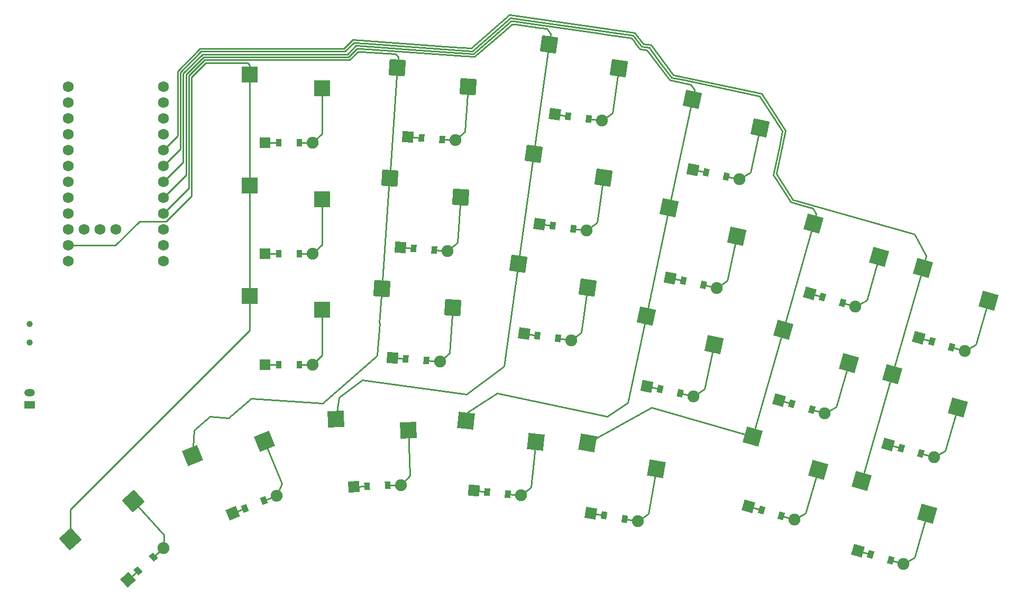
<source format=gbr>
%TF.GenerationSoftware,KiCad,Pcbnew,8.0.4*%
%TF.CreationDate,2024-08-02T13:19:55+01:00*%
%TF.ProjectId,right,72696768-742e-46b6-9963-61645f706362,v1.0.0*%
%TF.SameCoordinates,Original*%
%TF.FileFunction,Copper,L2,Bot*%
%TF.FilePolarity,Positive*%
%FSLAX46Y46*%
G04 Gerber Fmt 4.6, Leading zero omitted, Abs format (unit mm)*
G04 Created by KiCad (PCBNEW 8.0.4) date 2024-08-02 13:19:55*
%MOMM*%
%LPD*%
G01*
G04 APERTURE LIST*
G04 Aperture macros list*
%AMRotRect*
0 Rectangle, with rotation*
0 The origin of the aperture is its center*
0 $1 length*
0 $2 width*
0 $3 Rotation angle, in degrees counterclockwise*
0 Add horizontal line*
21,1,$1,$2,0,0,$3*%
G04 Aperture macros list end*
%TA.AperFunction,SMDPad,CuDef*%
%ADD10RotRect,2.600000X2.600000X344.000000*%
%TD*%
%TA.AperFunction,SMDPad,CuDef*%
%ADD11RotRect,2.600000X2.600000X348.000000*%
%TD*%
%TA.AperFunction,SMDPad,CuDef*%
%ADD12RotRect,2.600000X2.600000X352.000000*%
%TD*%
%TA.AperFunction,SMDPad,CuDef*%
%ADD13RotRect,2.600000X2.600000X356.000000*%
%TD*%
%TA.AperFunction,SMDPad,CuDef*%
%ADD14R,2.600000X2.600000*%
%TD*%
%TA.AperFunction,SMDPad,CuDef*%
%ADD15RotRect,2.600000X2.600000X350.000000*%
%TD*%
%TA.AperFunction,SMDPad,CuDef*%
%ADD16RotRect,2.600000X2.600000X354.000000*%
%TD*%
%TA.AperFunction,SMDPad,CuDef*%
%ADD17RotRect,2.600000X2.600000X2.000000*%
%TD*%
%TA.AperFunction,SMDPad,CuDef*%
%ADD18RotRect,2.600000X2.600000X22.000000*%
%TD*%
%TA.AperFunction,SMDPad,CuDef*%
%ADD19RotRect,2.600000X2.600000X42.000000*%
%TD*%
%TA.AperFunction,ComponentPad*%
%ADD20C,1.905000*%
%TD*%
%TA.AperFunction,ComponentPad*%
%ADD21RotRect,1.778000X1.778000X344.000000*%
%TD*%
%TA.AperFunction,SMDPad,CuDef*%
%ADD22RotRect,0.900000X1.200000X344.000000*%
%TD*%
%TA.AperFunction,ComponentPad*%
%ADD23RotRect,1.778000X1.778000X348.000000*%
%TD*%
%TA.AperFunction,SMDPad,CuDef*%
%ADD24RotRect,0.900000X1.200000X348.000000*%
%TD*%
%TA.AperFunction,ComponentPad*%
%ADD25RotRect,1.778000X1.778000X352.000000*%
%TD*%
%TA.AperFunction,SMDPad,CuDef*%
%ADD26RotRect,0.900000X1.200000X352.000000*%
%TD*%
%TA.AperFunction,ComponentPad*%
%ADD27RotRect,1.778000X1.778000X356.000000*%
%TD*%
%TA.AperFunction,SMDPad,CuDef*%
%ADD28RotRect,0.900000X1.200000X356.000000*%
%TD*%
%TA.AperFunction,ComponentPad*%
%ADD29R,1.778000X1.778000*%
%TD*%
%TA.AperFunction,SMDPad,CuDef*%
%ADD30R,0.900000X1.200000*%
%TD*%
%TA.AperFunction,ComponentPad*%
%ADD31RotRect,1.778000X1.778000X350.000000*%
%TD*%
%TA.AperFunction,SMDPad,CuDef*%
%ADD32RotRect,0.900000X1.200000X350.000000*%
%TD*%
%TA.AperFunction,ComponentPad*%
%ADD33RotRect,1.778000X1.778000X354.000000*%
%TD*%
%TA.AperFunction,SMDPad,CuDef*%
%ADD34RotRect,0.900000X1.200000X354.000000*%
%TD*%
%TA.AperFunction,ComponentPad*%
%ADD35RotRect,1.778000X1.778000X2.000000*%
%TD*%
%TA.AperFunction,SMDPad,CuDef*%
%ADD36RotRect,0.900000X1.200000X2.000000*%
%TD*%
%TA.AperFunction,ComponentPad*%
%ADD37RotRect,1.778000X1.778000X22.000000*%
%TD*%
%TA.AperFunction,SMDPad,CuDef*%
%ADD38RotRect,0.900000X1.200000X22.000000*%
%TD*%
%TA.AperFunction,ComponentPad*%
%ADD39RotRect,1.778000X1.778000X42.000000*%
%TD*%
%TA.AperFunction,SMDPad,CuDef*%
%ADD40RotRect,0.900000X1.200000X42.000000*%
%TD*%
%TA.AperFunction,ComponentPad*%
%ADD41C,1.752600*%
%TD*%
%TA.AperFunction,ComponentPad*%
%ADD42O,1.700000X1.200000*%
%TD*%
%TA.AperFunction,ComponentPad*%
%ADD43R,1.700000X1.200000*%
%TD*%
%TA.AperFunction,WasherPad*%
%ADD44C,1.000000*%
%TD*%
%TA.AperFunction,Conductor*%
%ADD45C,0.250000*%
%TD*%
G04 APERTURE END LIST*
D10*
%TO.P,S1,2*%
%TO.N,mirror_first_bottom*%
X290150720Y-161337877D03*
%TO.P,S1,1*%
%TO.N,P031*%
X279654551Y-156039490D03*
%TD*%
%TO.P,S2,2*%
%TO.N,mirror_first_home*%
X295043283Y-144275477D03*
%TO.P,S2,1*%
%TO.N,P031*%
X284547114Y-138977090D03*
%TD*%
%TO.P,S3,2*%
%TO.N,mirror_first_top*%
X299935844Y-127213084D03*
%TO.P,S3,1*%
%TO.N,P031*%
X289439675Y-121914697D03*
%TD*%
%TO.P,S4,2*%
%TO.N,mirror_second_bottom*%
X272678334Y-154247151D03*
%TO.P,S4,1*%
%TO.N,P029*%
X262182165Y-148948764D03*
%TD*%
%TO.P,S5,2*%
%TO.N,mirror_second_home*%
X277570904Y-137184756D03*
%TO.P,S5,1*%
%TO.N,P029*%
X267074735Y-131886369D03*
%TD*%
%TO.P,S6,2*%
%TO.N,mirror_second_top*%
X282463466Y-120122361D03*
%TO.P,S6,1*%
%TO.N,P029*%
X271967297Y-114823974D03*
%TD*%
D11*
%TO.P,S7,2*%
%TO.N,mirror_third_bottom*%
X255983444Y-134228420D03*
%TO.P,S7,1*%
%TO.N,P002*%
X245143246Y-129675116D03*
%TD*%
%TO.P,S8,2*%
%TO.N,mirror_third_home*%
X259673884Y-116866302D03*
%TO.P,S8,1*%
%TO.N,P002*%
X248833686Y-112312998D03*
%TD*%
%TO.P,S9,2*%
%TO.N,mirror_third_top*%
X263364318Y-99504182D03*
%TO.P,S9,1*%
%TO.N,P002*%
X252524120Y-94950878D03*
%TD*%
D12*
%TO.P,S10,2*%
%TO.N,mirror_fourth_bottom*%
X235809184Y-125054912D03*
%TO.P,S10,1*%
%TO.N,P115*%
X224677768Y-121268875D03*
%TD*%
%TO.P,S11,2*%
%TO.N,mirror_fourth_home*%
X238279506Y-107477665D03*
%TO.P,S11,1*%
%TO.N,P115*%
X227148090Y-103691628D03*
%TD*%
%TO.P,S12,2*%
%TO.N,mirror_fourth_top*%
X240749829Y-89900402D03*
%TO.P,S12,1*%
%TO.N,P115*%
X229618413Y-86114365D03*
%TD*%
D13*
%TO.P,S13,2*%
%TO.N,mirror_fifth_bottom*%
X214207412Y-128276955D03*
%TO.P,S13,1*%
%TO.N,P113*%
X202839010Y-125276628D03*
%TD*%
%TO.P,S14,2*%
%TO.N,mirror_fifth_home*%
X215445585Y-110570185D03*
%TO.P,S14,1*%
%TO.N,P113*%
X204077183Y-107569858D03*
%TD*%
%TO.P,S15,2*%
%TO.N,mirror_fifth_top*%
X216683768Y-92863426D03*
%TO.P,S15,1*%
%TO.N,P113*%
X205315366Y-89863099D03*
%TD*%
D14*
%TO.P,S16,2*%
%TO.N,mirror_sixth_bottom*%
X193243980Y-128661399D03*
%TO.P,S16,1*%
%TO.N,P104*%
X181693979Y-126461397D03*
%TD*%
%TO.P,S17,2*%
%TO.N,mirror_sixth_home*%
X193243979Y-110911388D03*
%TO.P,S17,1*%
%TO.N,P104*%
X181693978Y-108711386D03*
%TD*%
%TO.P,S18,2*%
%TO.N,mirror_sixth_top*%
X193243981Y-93161395D03*
%TO.P,S18,1*%
%TO.N,P104*%
X181693980Y-90961393D03*
%TD*%
D15*
%TO.P,S19,2*%
%TO.N,mirror_first_only*%
X246769441Y-154155307D03*
%TO.P,S19,1*%
%TO.N,P029*%
X235776937Y-149983095D03*
%TD*%
D16*
%TO.P,S20,2*%
%TO.N,mirror_second_only*%
X227520503Y-149831135D03*
%TO.P,S20,1*%
%TO.N,P002*%
X216263737Y-146435885D03*
%TD*%
D17*
%TO.P,S21,2*%
%TO.N,mirror_third_only*%
X207091985Y-147910240D03*
%TO.P,S21,1*%
%TO.N,P115*%
X195472240Y-146114668D03*
%TD*%
D18*
%TO.P,S22,2*%
%TO.N,mirror_fourth_only*%
X184074488Y-149731525D03*
%TO.P,S22,1*%
%TO.N,P113*%
X172541381Y-152018426D03*
%TD*%
D19*
%TO.P,S23,2*%
%TO.N,mirror_fifth_only*%
X163068042Y-159315425D03*
%TO.P,S23,1*%
%TO.N,P104*%
X153012631Y-165408966D03*
%TD*%
D20*
%TO.P,D1,2*%
%TO.N,mirror_first_bottom*%
X286330647Y-169345110D03*
D21*
%TO.P,D1,1*%
%TO.N,P009*%
X279005835Y-167244754D03*
D22*
X281082160Y-167840130D03*
%TO.P,D1,2*%
%TO.N,mirror_first_bottom*%
X284254322Y-168749734D03*
%TD*%
D20*
%TO.P,D2,2*%
%TO.N,mirror_first_home*%
X291223208Y-152282710D03*
D21*
%TO.P,D2,1*%
%TO.N,P010*%
X283898396Y-150182354D03*
D22*
X285974721Y-150777730D03*
%TO.P,D2,2*%
%TO.N,mirror_first_home*%
X289146883Y-151687334D03*
%TD*%
D20*
%TO.P,D3,2*%
%TO.N,mirror_first_top*%
X296115771Y-135220315D03*
D21*
%TO.P,D3,1*%
%TO.N,P111*%
X288790959Y-133119959D03*
D22*
X290867284Y-133715335D03*
%TO.P,D3,2*%
%TO.N,mirror_first_top*%
X294039446Y-134624939D03*
%TD*%
D20*
%TO.P,D4,2*%
%TO.N,mirror_second_bottom*%
X268858260Y-162254382D03*
D21*
%TO.P,D4,1*%
%TO.N,P009*%
X261533448Y-160154026D03*
D22*
X263609773Y-160749402D03*
%TO.P,D4,2*%
%TO.N,mirror_second_bottom*%
X266781935Y-161659006D03*
%TD*%
D20*
%TO.P,D5,2*%
%TO.N,mirror_second_home*%
X273750824Y-145191986D03*
D21*
%TO.P,D5,1*%
%TO.N,P010*%
X266426012Y-143091630D03*
D22*
X268502337Y-143687006D03*
%TO.P,D5,2*%
%TO.N,mirror_second_home*%
X271674499Y-144596610D03*
%TD*%
D20*
%TO.P,D6,2*%
%TO.N,mirror_second_top*%
X278643387Y-128129589D03*
D21*
%TO.P,D6,1*%
%TO.N,P111*%
X271318575Y-126029233D03*
D22*
X273394900Y-126624609D03*
%TO.P,D6,2*%
%TO.N,mirror_second_top*%
X276567062Y-127534213D03*
%TD*%
D20*
%TO.P,D7,2*%
%TO.N,mirror_third_bottom*%
X252731236Y-142482626D03*
D23*
%TO.P,D7,1*%
%TO.N,P009*%
X245277752Y-140898340D03*
D24*
X247390551Y-141347428D03*
%TO.P,D7,2*%
%TO.N,mirror_third_bottom*%
X250618437Y-142033538D03*
%TD*%
D20*
%TO.P,D8,2*%
%TO.N,mirror_third_home*%
X256421667Y-125120506D03*
D23*
%TO.P,D8,1*%
%TO.N,P010*%
X248968183Y-123536220D03*
D24*
X251080982Y-123985308D03*
%TO.P,D8,2*%
%TO.N,mirror_third_home*%
X254308868Y-124671418D03*
%TD*%
D20*
%TO.P,D9,2*%
%TO.N,mirror_third_top*%
X260112101Y-107758378D03*
D23*
%TO.P,D9,1*%
%TO.N,P111*%
X252658617Y-106174092D03*
D24*
X254771416Y-106623180D03*
%TO.P,D9,2*%
%TO.N,mirror_third_top*%
X257999302Y-107309290D03*
%TD*%
D20*
%TO.P,D10,2*%
%TO.N,mirror_fourth_bottom*%
X233140678Y-133515872D03*
D25*
%TO.P,D10,1*%
%TO.N,P009*%
X225594834Y-132455378D03*
D26*
X227733814Y-132755989D03*
%TO.P,D10,2*%
%TO.N,mirror_fourth_bottom*%
X231001698Y-133215261D03*
%TD*%
D20*
%TO.P,D11,2*%
%TO.N,mirror_fourth_home*%
X235611005Y-115938616D03*
D25*
%TO.P,D11,1*%
%TO.N,P010*%
X228065161Y-114878122D03*
D26*
X230204141Y-115178733D03*
%TO.P,D11,2*%
%TO.N,mirror_fourth_home*%
X233472025Y-115638005D03*
%TD*%
D20*
%TO.P,D12,2*%
%TO.N,mirror_fourth_top*%
X238081324Y-98361354D03*
D25*
%TO.P,D12,1*%
%TO.N,P111*%
X230535480Y-97300860D03*
D26*
X232674460Y-97601471D03*
%TO.P,D12,2*%
%TO.N,mirror_fourth_top*%
X235942344Y-98060743D03*
%TD*%
D20*
%TO.P,D13,2*%
%TO.N,mirror_fifth_bottom*%
X212135606Y-136903440D03*
D27*
%TO.P,D13,1*%
%TO.N,P009*%
X204534168Y-136371898D03*
D28*
X206688906Y-136522569D03*
%TO.P,D13,2*%
%TO.N,mirror_fifth_bottom*%
X209980868Y-136752769D03*
%TD*%
D20*
%TO.P,D14,2*%
%TO.N,mirror_fifth_home*%
X213373788Y-119196678D03*
D27*
%TO.P,D14,1*%
%TO.N,P010*%
X205772350Y-118665136D03*
D28*
X207927088Y-118815807D03*
%TO.P,D14,2*%
%TO.N,mirror_fifth_home*%
X211219050Y-119046007D03*
%TD*%
D20*
%TO.P,D15,2*%
%TO.N,mirror_fifth_top*%
X214611962Y-101489917D03*
D27*
%TO.P,D15,1*%
%TO.N,P111*%
X207010524Y-100958375D03*
D28*
X209165262Y-101109046D03*
%TO.P,D15,2*%
%TO.N,mirror_fifth_top*%
X212457224Y-101339246D03*
%TD*%
D20*
%TO.P,D16,2*%
%TO.N,mirror_sixth_bottom*%
X191778976Y-137411394D03*
D29*
%TO.P,D16,1*%
%TO.N,P009*%
X184158976Y-137411392D03*
D30*
X186318974Y-137411392D03*
%TO.P,D16,2*%
%TO.N,mirror_sixth_bottom*%
X189618978Y-137411394D03*
%TD*%
D20*
%TO.P,D17,2*%
%TO.N,mirror_sixth_home*%
X191778973Y-119661395D03*
D29*
%TO.P,D17,1*%
%TO.N,P010*%
X184158973Y-119661393D03*
D30*
X186318971Y-119661393D03*
%TO.P,D17,2*%
%TO.N,mirror_sixth_home*%
X189618975Y-119661395D03*
%TD*%
D20*
%TO.P,D18,2*%
%TO.N,mirror_sixth_top*%
X191778974Y-101911395D03*
D29*
%TO.P,D18,1*%
%TO.N,P111*%
X184158974Y-101911393D03*
D30*
X186318972Y-101911393D03*
%TO.P,D18,2*%
%TO.N,mirror_sixth_top*%
X189618976Y-101911395D03*
%TD*%
D20*
%TO.P,D19,2*%
%TO.N,mirror_first_only*%
X243807277Y-162517978D03*
D31*
%TO.P,D19,1*%
%TO.N,P106*%
X236303043Y-161194780D03*
D32*
X238430228Y-161569859D03*
%TO.P,D19,2*%
%TO.N,mirror_first_only*%
X241680092Y-162142899D03*
%TD*%
D20*
%TO.P,D20,2*%
%TO.N,mirror_second_only*%
X225148910Y-158380068D03*
D33*
%TO.P,D20,1*%
%TO.N,P106*%
X217570652Y-157583564D03*
D34*
X219718820Y-157809342D03*
%TO.P,D20,2*%
%TO.N,mirror_second_only*%
X223000742Y-158154290D03*
%TD*%
D20*
%TO.P,D21,2*%
%TO.N,mirror_third_only*%
X205933246Y-156706032D03*
D35*
%TO.P,D21,1*%
%TO.N,P106*%
X198317886Y-156971968D03*
D36*
X200476569Y-156896583D03*
%TO.P,D21,2*%
%TO.N,mirror_third_only*%
X203774563Y-156781417D03*
%TD*%
D20*
%TO.P,D22,2*%
%TO.N,mirror_fourth_only*%
X185993972Y-158393183D03*
D37*
%TO.P,D22,1*%
%TO.N,P106*%
X178928830Y-161247685D03*
D38*
X180931549Y-160438530D03*
%TO.P,D22,2*%
%TO.N,mirror_fourth_only*%
X183991253Y-159202338D03*
%TD*%
D20*
%TO.P,D23,2*%
%TO.N,mirror_fifth_only*%
X167834222Y-166798220D03*
D39*
%TO.P,D23,1*%
%TO.N,P106*%
X162171458Y-171896990D03*
D40*
X163776652Y-170451672D03*
%TO.P,D23,2*%
%TO.N,mirror_fifth_only*%
X166229028Y-168243538D03*
%TD*%
D41*
%TO.P,MCU1,33*%
%TO.N,P107*%
X160218973Y-115801399D03*
%TO.P,MCU1,32*%
%TO.N,P102*%
X157678970Y-115801397D03*
%TO.P,MCU1,31*%
%TO.N,P101*%
X155138976Y-115801399D03*
%TO.P,MCU1,24*%
%TO.N,RAW*%
X167838973Y-92941397D03*
%TO.P,MCU1,23*%
%TO.N,GND*%
X167838973Y-95481398D03*
%TO.P,MCU1,22*%
%TO.N,RST*%
X167838974Y-98021399D03*
%TO.P,MCU1,21*%
%TO.N,VCC*%
X167838973Y-100561398D03*
%TO.P,MCU1,20*%
%TO.N,P031*%
X167838973Y-103101397D03*
%TO.P,MCU1,19*%
%TO.N,P029*%
X167838973Y-105641399D03*
%TO.P,MCU1,18*%
%TO.N,P002*%
X167838975Y-108181399D03*
%TO.P,MCU1,17*%
%TO.N,P115*%
X167838973Y-110721396D03*
%TO.P,MCU1,16*%
%TO.N,P113*%
X167838974Y-113261397D03*
%TO.P,MCU1,15*%
%TO.N,P111*%
X167838974Y-115801398D03*
%TO.P,MCU1,14*%
%TO.N,P010*%
X167838974Y-118341400D03*
%TO.P,MCU1,13*%
%TO.N,P009*%
X167838975Y-120881395D03*
%TO.P,MCU1,12*%
%TO.N,P106*%
X152598975Y-120881399D03*
%TO.P,MCU1,11*%
%TO.N,P104*%
X152598975Y-118341398D03*
%TO.P,MCU1,10*%
%TO.N,P011*%
X152598974Y-115801397D03*
%TO.P,MCU1,9*%
%TO.N,P100*%
X152598975Y-113261398D03*
%TO.P,MCU1,8*%
%TO.N,P024*%
X152598975Y-110721399D03*
%TO.P,MCU1,7*%
%TO.N,P022*%
X152598975Y-108181397D03*
%TO.P,MCU1,6*%
%TO.N,P020*%
X152598973Y-105641397D03*
%TO.P,MCU1,5*%
%TO.N,P017*%
X152598975Y-103101400D03*
%TO.P,MCU1,4*%
%TO.N,GND*%
X152598974Y-100561399D03*
%TO.P,MCU1,3*%
X152598974Y-98021398D03*
%TO.P,MCU1,2*%
%TO.N,P008*%
X152598974Y-95481396D03*
%TO.P,MCU1,1*%
%TO.N,P006*%
X152598973Y-92941401D03*
%TD*%
D42*
%TO.P,JST1,2*%
%TO.N,GND*%
X146468978Y-141911395D03*
D43*
%TO.P,JST1,1*%
%TO.N,pos*%
X146468972Y-143911395D03*
%TD*%
D44*
%TO.P,T1,*%
%TO.N,*%
X146468976Y-133911395D03*
X146468974Y-130911395D03*
%TD*%
D45*
%TO.N,P029*%
X249117589Y-91394565D02*
X249248814Y-91422458D01*
X247421043Y-89143170D02*
X249117589Y-91394565D01*
X245943593Y-87033155D02*
X247421043Y-89143170D01*
X245945118Y-87024503D02*
X245943593Y-87033155D01*
%TO.N,P104*%
X160205863Y-118341397D02*
X152598974Y-118341396D01*
X172378880Y-110420385D02*
X168336567Y-114462697D01*
X164084562Y-114462696D02*
X160205863Y-118341397D01*
X172378879Y-91350359D02*
X172378880Y-110420385D01*
X174660861Y-89068379D02*
X172378879Y-91350359D01*
X181350965Y-89068379D02*
X174660861Y-89068379D01*
X168336567Y-114462697D02*
X164084562Y-114462696D01*
X181693980Y-89411395D02*
X181350965Y-89068379D01*
X181693982Y-90961393D02*
X181693980Y-89411395D01*
%TO.N,P113*%
X171928879Y-109171486D02*
X167838971Y-113261397D01*
X171928880Y-91163963D02*
X171928879Y-109171486D01*
X174474463Y-88618378D02*
X171928880Y-91163963D01*
X197711464Y-88618378D02*
X174474463Y-88618378D01*
X199024581Y-87305260D02*
X197711464Y-88618378D01*
X199654137Y-87305261D02*
X199024581Y-87305260D01*
X205436102Y-88136478D02*
X205040982Y-87681943D01*
X205315364Y-89863098D02*
X205436102Y-88136478D01*
X205040982Y-87681943D02*
X199654137Y-87305261D01*
%TO.N,P115*%
X171478879Y-107081487D02*
X167838973Y-110721396D01*
X171478879Y-90977567D02*
X171478879Y-107081487D01*
X174288068Y-88168378D02*
X171478879Y-90977567D01*
X216045577Y-88000363D02*
X201880167Y-87009821D01*
X222203086Y-84143998D02*
X217638692Y-88111765D01*
X201880167Y-87009821D02*
X199286501Y-86828454D01*
X228221116Y-83479169D02*
X224260046Y-82922479D01*
X197525068Y-88168379D02*
X174288068Y-88168378D01*
X224260046Y-82922479D02*
X223656807Y-82880295D01*
X229239299Y-83622268D02*
X228221116Y-83479169D01*
X198892541Y-86800906D02*
X197525068Y-88168379D01*
X229854009Y-84438015D02*
X229239299Y-83622268D01*
X199286501Y-86828454D02*
X198892541Y-86800906D01*
X223656807Y-82880295D02*
X222203086Y-84143998D01*
X217638692Y-88111765D02*
X216045577Y-88000363D01*
X229618413Y-86114362D02*
X229854009Y-84438015D01*
%TO.N,P002*%
X171028879Y-104991492D02*
X167838974Y-108181398D01*
X171028880Y-90791170D02*
X171028879Y-104991492D01*
X174101671Y-87718380D02*
X171028880Y-90791170D01*
X217484139Y-87649860D02*
X208894507Y-87049213D01*
X220733807Y-84824966D02*
X217484139Y-87649860D01*
X223530866Y-82393519D02*
X220733807Y-84824966D01*
X223926566Y-82421190D02*
X223530866Y-82393519D01*
X243213907Y-85614319D02*
X242807276Y-85074702D01*
X198719353Y-86337696D02*
X197338672Y-87718378D01*
X243515203Y-86014152D02*
X243213907Y-85614319D01*
X208894507Y-87049213D02*
X198719353Y-86337696D01*
X244895623Y-86983923D02*
X244169028Y-86881805D01*
X245270135Y-87036556D02*
X244895623Y-86983923D01*
X245629136Y-87512966D02*
X245270135Y-87036556D01*
X244169028Y-86881805D02*
X243515203Y-86014152D01*
X248901344Y-91808656D02*
X248862002Y-91803126D01*
X237057515Y-84266625D02*
X223926566Y-82421190D01*
X249136581Y-91858656D02*
X248901344Y-91808656D01*
X252849278Y-93421132D02*
X252266656Y-92523976D01*
X248862002Y-91803126D02*
X245629136Y-87512966D01*
X197338672Y-87718378D02*
X174101671Y-87718380D01*
X252524119Y-94950878D02*
X252849278Y-93421132D01*
X239176693Y-84564456D02*
X237057515Y-84266625D01*
X252266656Y-92523976D02*
X249136581Y-91858656D01*
X242807276Y-85074702D02*
X239176693Y-84564456D01*
%TO.N,P029*%
X170578879Y-90604775D02*
X170578880Y-102901491D01*
X173915274Y-87268379D02*
X170578879Y-90604775D01*
X196944230Y-87268380D02*
X173915274Y-87268379D01*
X198351719Y-85860889D02*
X196944230Y-87268380D01*
X217329589Y-87187952D02*
X200147333Y-85986450D01*
X219904921Y-84949251D02*
X217329589Y-87187952D01*
X242446852Y-84569624D02*
X223433706Y-81897500D01*
X243054486Y-84655020D02*
X242446852Y-84569624D01*
X170578880Y-102901491D02*
X167838971Y-105641398D01*
X244191885Y-86164401D02*
X243054486Y-84655020D01*
X244996925Y-86543736D02*
X244416236Y-86462125D01*
X200147333Y-85986450D02*
X198351719Y-85860889D01*
X245652236Y-86635836D02*
X244996925Y-86543736D01*
X245945118Y-87024503D02*
X245652236Y-86635836D01*
X223416909Y-81896326D02*
X219904921Y-84949251D01*
X244416236Y-86462125D02*
X244191885Y-86164401D01*
X223433706Y-81897500D02*
X223416909Y-81896326D01*
%TO.N,P031*%
X289985521Y-120011089D02*
X289439674Y-121914697D01*
X265982382Y-106876196D02*
X268653718Y-110989689D01*
X267455839Y-99944132D02*
X266000458Y-106791169D01*
X288071202Y-116557561D02*
X289985521Y-120011089D01*
X263604659Y-94013834D02*
X267455839Y-99944132D01*
X249519334Y-91019910D02*
X263604659Y-94013834D01*
X245899447Y-86216155D02*
X249519334Y-91019910D01*
X244663446Y-86042448D02*
X245899447Y-86216155D01*
X243301693Y-84235340D02*
X244663446Y-86042448D01*
X223298280Y-81424045D02*
X243301693Y-84235340D01*
X223276077Y-81422492D02*
X223298280Y-81424045D01*
X217175036Y-86726046D02*
X223276077Y-81422492D01*
X266000458Y-106791169D02*
X265982382Y-106876196D01*
X198183596Y-85398033D02*
X214144622Y-86514137D01*
X268653718Y-110989689D02*
X288071202Y-116557561D01*
X198149223Y-85398034D02*
X198183596Y-85398033D01*
X214144622Y-86514137D02*
X217175036Y-86726046D01*
X170128880Y-90418379D02*
X173728880Y-86818380D01*
X170128880Y-100811487D02*
X170128880Y-90418379D01*
X173728880Y-86818380D02*
X196728880Y-86818379D01*
X167838971Y-103101397D02*
X170128880Y-100811487D01*
X196728880Y-86818379D02*
X198149223Y-85398034D01*
%TO.N,P029*%
X251186438Y-91834314D02*
X249248814Y-91422461D01*
X249248814Y-91422461D02*
X249243449Y-91421321D01*
X263328775Y-94415248D02*
X251186438Y-91834314D01*
X266976919Y-100032894D02*
X265614988Y-97935707D01*
X265487521Y-107039960D02*
X266475103Y-102393756D01*
X265988176Y-107810897D02*
X265487521Y-107039960D01*
X268301990Y-111373858D02*
X265988176Y-107810897D01*
X265614988Y-97935707D02*
X263328775Y-94415248D01*
X266475103Y-102393756D02*
X266976919Y-100032894D01*
X268529679Y-111422255D02*
X268301990Y-111373858D01*
X270836709Y-112083788D02*
X268529679Y-111422255D01*
X271864959Y-112378632D02*
X270836709Y-112083788D01*
X272394532Y-113334017D02*
X271864959Y-112378632D01*
X271967298Y-114823973D02*
X272394532Y-113334017D01*
%TO.N,P106*%
X162171458Y-171896999D02*
X162171456Y-171896998D01*
X163776651Y-170451677D02*
X162171458Y-171896999D01*
%TO.N,mirror_fifth_only*%
X167834226Y-166798222D02*
X166229037Y-168243542D01*
X166229037Y-168243542D02*
X166229036Y-168243543D01*
X167942659Y-164729235D02*
X167834226Y-166798222D01*
X163068044Y-159315428D02*
X167942659Y-164729235D01*
%TO.N,P106*%
X180931551Y-160438535D02*
X178928828Y-161247681D01*
X178928828Y-161247681D02*
X178928830Y-161247686D01*
%TO.N,mirror_fourth_only*%
X183991252Y-159202324D02*
X183991252Y-159202331D01*
X185993970Y-158393185D02*
X183991252Y-159202324D01*
X186803498Y-156486059D02*
X185993970Y-158393185D01*
X184074487Y-149731527D02*
X186803498Y-156486059D01*
%TO.N,P106*%
X198317889Y-156971971D02*
X198317891Y-156971971D01*
X200476571Y-156896583D02*
X198317889Y-156971971D01*
%TO.N,mirror_third_only*%
X203774565Y-156781415D02*
X203774567Y-156781421D01*
X205933252Y-156706032D02*
X203774565Y-156781415D01*
X207091981Y-147910233D02*
X207346226Y-155190801D01*
X207346226Y-155190801D02*
X205933252Y-156706032D01*
%TO.N,P106*%
X217570650Y-157583557D02*
X217570647Y-157583560D01*
X219718814Y-157809341D02*
X217570650Y-157583557D01*
%TO.N,mirror_second_only*%
X223000745Y-158154284D02*
X223000742Y-158154287D01*
X225148908Y-158380067D02*
X223000745Y-158154284D01*
X226759014Y-157076228D02*
X225148908Y-158380067D01*
X227520501Y-149831131D02*
X226759014Y-157076228D01*
%TO.N,P106*%
X238430225Y-161569859D02*
X236303045Y-161194779D01*
%TO.N,mirror_first_only*%
X243807277Y-162517977D02*
X241680092Y-162142904D01*
X245504415Y-161329629D02*
X243807277Y-162517977D01*
X246769439Y-154155309D02*
X245504415Y-161329629D01*
%TO.N,mirror_sixth_bottom*%
X193243975Y-135946399D02*
X191778975Y-137411390D01*
X193243977Y-128661401D02*
X193243975Y-135946399D01*
%TO.N,P009*%
X184158980Y-137411395D02*
X184158980Y-137411397D01*
X186318977Y-137411390D02*
X184158980Y-137411395D01*
%TO.N,mirror_sixth_bottom*%
X189618978Y-137411393D02*
X189618977Y-137411393D01*
X191778975Y-137411390D02*
X189618978Y-137411393D01*
%TO.N,P111*%
X186318971Y-101911397D02*
X184158974Y-101911392D01*
X184158974Y-101911392D02*
X184158973Y-101911390D01*
%TO.N,mirror_sixth_top*%
X189618977Y-101911394D02*
X189618977Y-101911393D01*
X191778976Y-101911393D02*
X189618977Y-101911394D01*
%TO.N,P010*%
X184158979Y-119661391D02*
X184158976Y-119661394D01*
X186318976Y-119661391D02*
X184158979Y-119661391D01*
%TO.N,mirror_sixth_home*%
X189618982Y-119661394D02*
X189618982Y-119661395D01*
X191778980Y-119661391D02*
X189618982Y-119661394D01*
X193243978Y-118196399D02*
X191778980Y-119661391D01*
X193243976Y-110911391D02*
X193243978Y-118196399D01*
%TO.N,P104*%
X153012635Y-160601428D02*
X153012630Y-165408963D01*
X181693974Y-131920081D02*
X153012635Y-160601428D01*
X181693980Y-126461392D02*
X181693974Y-131920081D01*
X181693976Y-108711392D02*
X181693976Y-126461392D01*
X181693976Y-126461392D02*
X181693980Y-126461392D01*
X181693977Y-108711390D02*
X181693976Y-108711392D01*
X181693973Y-90961401D02*
X181693977Y-108711390D01*
%TO.N,mirror_sixth_top*%
X193243977Y-100446393D02*
X191778976Y-101911393D01*
X193243980Y-93161393D02*
X193243977Y-100446393D01*
%TO.N,P113*%
X175362528Y-145763913D02*
X172824458Y-147970211D01*
X178269764Y-145967199D02*
X175362528Y-145763913D01*
X172824458Y-147970211D02*
X172541377Y-152018431D01*
X181898656Y-142812656D02*
X178269764Y-145967199D01*
X193356342Y-143613853D02*
X181898656Y-142812656D01*
X202108366Y-136005823D02*
X193356342Y-143613853D01*
X202476387Y-130742902D02*
X202108366Y-136005823D01*
X202458224Y-130722013D02*
X202476387Y-130742902D01*
X202839012Y-125276623D02*
X202458224Y-130722013D01*
%TO.N,mirror_fifth_bottom*%
X213699240Y-135544201D02*
X212135610Y-136903445D01*
X214207409Y-128276951D02*
X213699240Y-135544201D01*
%TO.N,P009*%
X204534177Y-136371900D02*
X204534172Y-136371899D01*
X206688912Y-136522575D02*
X204534177Y-136371900D01*
%TO.N,mirror_fifth_bottom*%
X209980878Y-136752767D02*
X209980873Y-136752767D01*
X212135610Y-136903445D02*
X209980878Y-136752767D01*
%TO.N,P010*%
X205772350Y-118665135D02*
X205772347Y-118665137D01*
X207927088Y-118815804D02*
X205772350Y-118665135D01*
%TO.N,mirror_fifth_home*%
X211219053Y-119046003D02*
X211219053Y-119046005D01*
X213373789Y-119196680D02*
X211219053Y-119046003D01*
X215445581Y-110570185D02*
X214937409Y-117837437D01*
X214937409Y-117837437D02*
X213373789Y-119196680D01*
%TO.N,P113*%
X204068560Y-107693170D02*
X202839012Y-125276623D01*
X204068566Y-107693171D02*
X204068560Y-107693170D01*
X204077187Y-107569859D02*
X204068566Y-107693171D01*
X205315361Y-89863099D02*
X204077187Y-107569859D01*
%TO.N,P111*%
X207010528Y-100958373D02*
X207010524Y-100958378D01*
X209165266Y-101109045D02*
X207010528Y-100958373D01*
%TO.N,mirror_fifth_top*%
X214611964Y-101489917D02*
X212457227Y-101339243D01*
X212457227Y-101339243D02*
X212457229Y-101339245D01*
X216175586Y-100130675D02*
X214611964Y-101489917D01*
X216683770Y-92863425D02*
X216175586Y-100130675D01*
%TO.N,P115*%
X195950393Y-142712462D02*
X195472239Y-146114661D01*
X199716772Y-139874283D02*
X195950393Y-142712462D01*
X216353276Y-142212396D02*
X199716772Y-139874283D01*
X222371732Y-137677162D02*
X216353276Y-142212396D01*
X224677773Y-121268876D02*
X222371732Y-137677162D01*
X227148095Y-103691616D02*
X224677773Y-121268876D01*
X229618410Y-86114359D02*
X227148095Y-103691616D01*
%TO.N,P111*%
X232674460Y-97601476D02*
X230535478Y-97300860D01*
X230535478Y-97300860D02*
X230535479Y-97300860D01*
%TO.N,mirror_fourth_top*%
X235942342Y-98060739D02*
X235942342Y-98060742D01*
X238081321Y-98361356D02*
X235942342Y-98060739D01*
X240749834Y-89900399D02*
X239735956Y-97114506D01*
X239735956Y-97114506D02*
X238081321Y-98361356D01*
%TO.N,mirror_fourth_home*%
X237265629Y-114691756D02*
X235611002Y-115938616D01*
X238279512Y-107477655D02*
X237265629Y-114691756D01*
X235611001Y-115938617D02*
X235611002Y-115938616D01*
X233472019Y-115638001D02*
X235611001Y-115938617D01*
%TO.N,P010*%
X230204133Y-115178728D02*
X230204135Y-115178732D01*
X228065157Y-114878117D02*
X230204133Y-115178728D01*
%TO.N,mirror_fourth_bottom*%
X234795308Y-132269018D02*
X233140678Y-133515870D01*
X235809180Y-125054913D02*
X234795308Y-132269018D01*
X233140677Y-133515870D02*
X233140678Y-133515870D01*
X231001701Y-133215259D02*
X233140677Y-133515870D01*
%TO.N,P009*%
X225594838Y-132455379D02*
X227733812Y-132755986D01*
X227733812Y-132755986D02*
X227733813Y-132755986D01*
%TO.N,P002*%
X216562509Y-145030300D02*
X216263741Y-146435887D01*
X221267424Y-141974886D02*
X216562509Y-145030300D01*
X238874079Y-145717308D02*
X221267424Y-141974886D01*
X242191276Y-143563096D02*
X238874079Y-145717308D01*
X245143253Y-129675121D02*
X242191276Y-143563096D01*
X248833683Y-112312999D02*
X245143253Y-129675121D01*
X252524114Y-94950881D02*
X248833683Y-112312999D01*
%TO.N,P111*%
X254771418Y-106623187D02*
X252658620Y-106174103D01*
%TO.N,mirror_third_top*%
X260112099Y-107758390D02*
X257999303Y-107309298D01*
%TO.N,P010*%
X251080986Y-123985305D02*
X248968185Y-123536215D01*
%TO.N,mirror_third_home*%
X256421671Y-125120506D02*
X254308866Y-124671408D01*
%TO.N,P009*%
X247390548Y-141347426D02*
X245277752Y-140898338D01*
%TO.N,mirror_third_bottom*%
X252731242Y-142482629D02*
X250618441Y-142033536D01*
X254468817Y-141354231D02*
X252731242Y-142482629D01*
X255983445Y-134228427D02*
X254468817Y-141354231D01*
%TO.N,mirror_third_home*%
X259673884Y-116866302D02*
X258159242Y-123992106D01*
X258159242Y-123992106D02*
X256421671Y-125120506D01*
%TO.N,mirror_third_top*%
X261849681Y-106629992D02*
X260112099Y-107758390D01*
X263364320Y-99504186D02*
X261849681Y-106629992D01*
%TO.N,P029*%
X246009220Y-144311242D02*
X235776944Y-149983089D01*
X262182167Y-148948766D02*
X246009220Y-144311242D01*
X267074731Y-131886367D02*
X262182167Y-148948766D01*
X271967297Y-114823977D02*
X267074731Y-131886367D01*
%TO.N,P031*%
X284547115Y-138977093D02*
X279654553Y-156039485D01*
X289439675Y-121914699D02*
X284547115Y-138977093D01*
%TO.N,P009*%
X281082158Y-167840125D02*
X279005829Y-167244754D01*
%TO.N,mirror_first_bottom*%
X286330649Y-169345106D02*
X284254323Y-168749731D01*
X288142705Y-168340667D02*
X286330649Y-169345106D01*
X290150724Y-161337874D02*
X288142705Y-168340667D01*
%TO.N,P010*%
X285974723Y-150777730D02*
X283898397Y-150182354D01*
%TO.N,mirror_first_home*%
X291223211Y-152282706D02*
X289146887Y-151687331D01*
X293035271Y-151278266D02*
X291223211Y-152282706D01*
X295043283Y-144275477D02*
X293035271Y-151278266D01*
%TO.N,P111*%
X290867286Y-133715336D02*
X288790960Y-133119960D01*
%TO.N,mirror_first_top*%
X296115775Y-135220318D02*
X294039452Y-134624942D01*
X297927830Y-134215869D02*
X296115775Y-135220318D01*
X299935848Y-127213079D02*
X297927830Y-134215869D01*
%TO.N,P111*%
X273394902Y-126624615D02*
X271318574Y-126029228D01*
%TO.N,mirror_second_top*%
X278643395Y-128129589D02*
X276567067Y-127534216D01*
X280455448Y-127125153D02*
X278643395Y-128129589D01*
X282463464Y-120122360D02*
X280455448Y-127125153D01*
%TO.N,P010*%
X268502338Y-143687007D02*
X266426012Y-143091629D01*
%TO.N,mirror_second_home*%
X273750828Y-145191984D02*
X271674502Y-144596608D01*
X275562886Y-144187552D02*
X273750828Y-145191984D01*
X277570903Y-137184754D02*
X275562886Y-144187552D01*
%TO.N,mirror_second_bottom*%
X270670324Y-161249943D02*
X268858266Y-162254382D01*
X272678342Y-154247152D02*
X270670324Y-161249943D01*
X266781940Y-161659004D02*
X268858266Y-162254382D01*
%TO.N,P009*%
X261533453Y-160154028D02*
X263609779Y-160749403D01*
%TD*%
M02*

</source>
